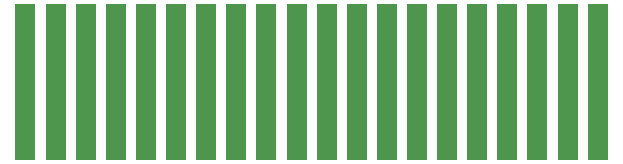
<source format=gbr>
G04 #@! TF.GenerationSoftware,KiCad,Pcbnew,7.0.10-unknown-202401271548~13fcb571f7~ubuntu23.10.1*
G04 #@! TF.CreationDate,2024-01-28T11:57:11+00:00*
G04 #@! TF.ProjectId,Dragon 32 Soak Test Cartridge,44726167-6f6e-4203-9332-20536f616b20,1.0*
G04 #@! TF.SameCoordinates,Original*
G04 #@! TF.FileFunction,Paste,Top*
G04 #@! TF.FilePolarity,Positive*
%FSLAX46Y46*%
G04 Gerber Fmt 4.6, Leading zero omitted, Abs format (unit mm)*
G04 Created by KiCad (PCBNEW 7.0.10-unknown-202401271548~13fcb571f7~ubuntu23.10.1) date 2024-01-28 11:57:11*
%MOMM*%
%LPD*%
G01*
G04 APERTURE LIST*
%ADD10R,1.800000X13.200000*%
G04 APERTURE END LIST*
D10*
G04 #@! TO.C,U2*
X66200000Y-99850000D03*
X68750000Y-99850000D03*
X71300000Y-99850000D03*
X73850000Y-99850000D03*
X76400000Y-99850000D03*
X78950000Y-99850000D03*
X81500000Y-99850000D03*
X84050000Y-99850000D03*
X86600000Y-99850000D03*
X89150000Y-99850000D03*
X91700000Y-99850000D03*
X94250000Y-99850000D03*
X96800000Y-99850000D03*
X99350000Y-99850000D03*
X101900000Y-99850000D03*
X104450000Y-99850000D03*
X107000000Y-99850000D03*
X109550000Y-99850000D03*
X112100000Y-99850000D03*
X114650000Y-99850000D03*
G04 #@! TD*
M02*

</source>
